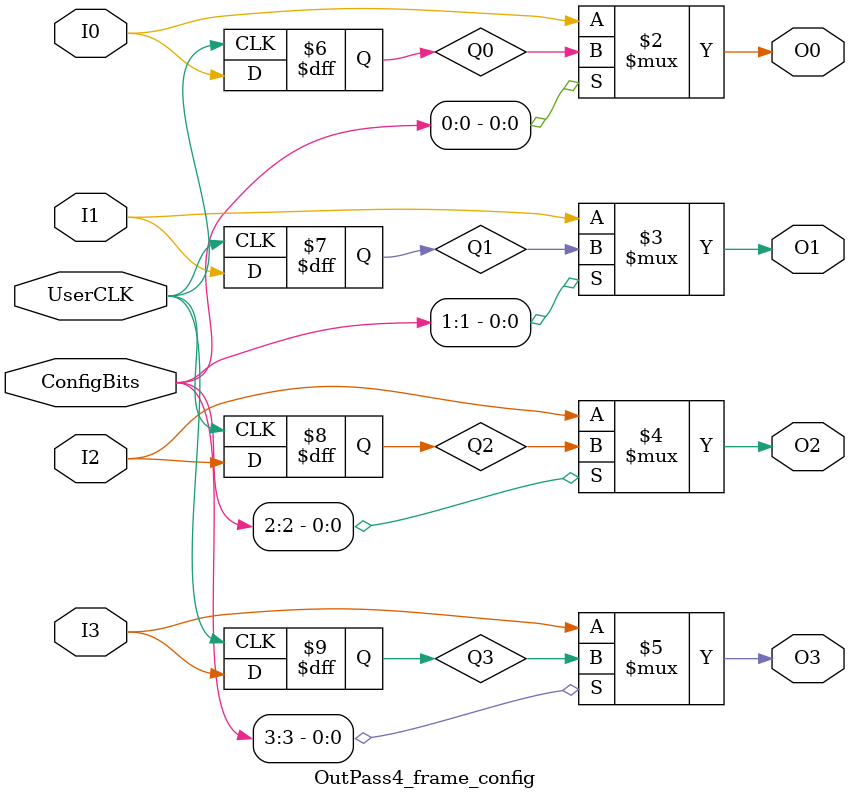
<source format=v>

module OutPass4_frame_config (I0, I1, I2, I3, O0, O1, O2, O3, UserCLK, ConfigBits);
	parameter NoConfigBits = 4;// has to be adjusted manually (we don't use an arithmetic parser for the value)
	// Pin0
	input I0;
	input I1;
	input I2;
	input I3;
	output O0;// EXTERNAL
	output O1;// EXTERNAL
	output O2;// EXTERNAL
	output O3;// EXTERNAL
	// Tile IO ports from BELs
	input UserCLK;// EXTERNAL // SHARED_PORT // ## the EXTERNAL keyword will send this signal all the way to top and the //SHARED Allows multiple BELs using the same port (e.g. for exporting a clock to the top)
	// GLOBAL all primitive pins that are connected to the switch matrix have to go before the GLOBAL label
	input [NoConfigBits-1:0] ConfigBits;

//              ______   ______
//    I////+//->|FLOP|-Q-|1 M |
//         |             |  U |//////-> O
//         +////////////-|0 X |               

// I am instantiating an IOBUF primitive.
// However, it is possible to connect corresponding pins all the way to top, just by adding an "// EXTERNAL" comment (see PAD in the entity)

	reg Q0, Q1, Q2, Q3;   // FLOPs

	always @ (posedge UserCLK)
	begin
		Q0 <= I0;
		Q1 <= I1;
		Q2 <= I2;
		Q3 <= I3;
	end

	assign O0 = ConfigBits[0] ? Q0 : I0;
	assign O1 = ConfigBits[1] ? Q1 : I1;
	assign O2 = ConfigBits[2] ? Q2 : I2;
	assign O3 = ConfigBits[3] ? Q3 : I3;

endmodule

</source>
